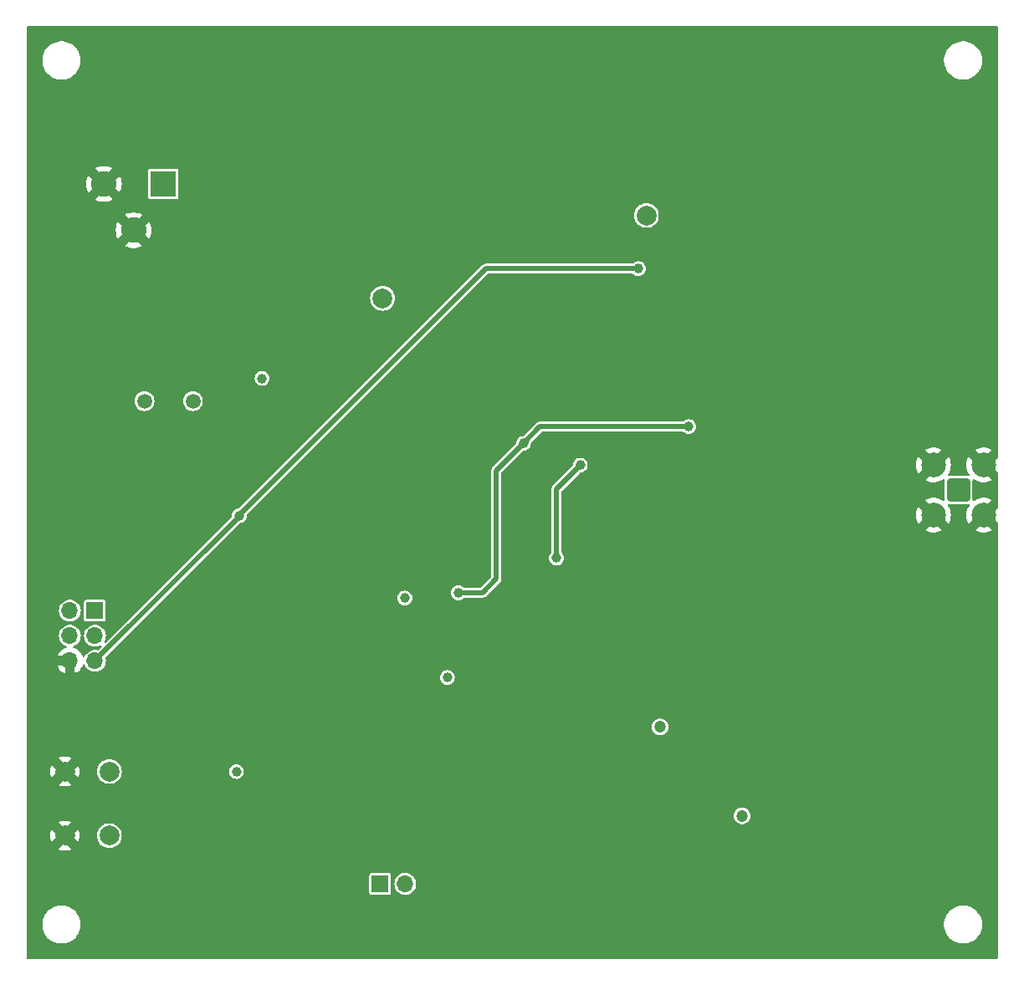
<source format=gbr>
%TF.GenerationSoftware,KiCad,Pcbnew,8.0.0*%
%TF.CreationDate,2024-03-04T22:35:08+02:00*%
%TF.ProjectId,Intercom_SMS_Sender,496e7465-7263-46f6-9d5f-534d535f5365,rev?*%
%TF.SameCoordinates,PX77ecaf0PY7735940*%
%TF.FileFunction,Copper,L4,Bot*%
%TF.FilePolarity,Positive*%
%FSLAX46Y46*%
G04 Gerber Fmt 4.6, Leading zero omitted, Abs format (unit mm)*
G04 Created by KiCad (PCBNEW 8.0.0) date 2024-03-04 22:35:08*
%MOMM*%
%LPD*%
G01*
G04 APERTURE LIST*
G04 Aperture macros list*
%AMRoundRect*
0 Rectangle with rounded corners*
0 $1 Rounding radius*
0 $2 $3 $4 $5 $6 $7 $8 $9 X,Y pos of 4 corners*
0 Add a 4 corners polygon primitive as box body*
4,1,4,$2,$3,$4,$5,$6,$7,$8,$9,$2,$3,0*
0 Add four circle primitives for the rounded corners*
1,1,$1+$1,$2,$3*
1,1,$1+$1,$4,$5*
1,1,$1+$1,$6,$7*
1,1,$1+$1,$8,$9*
0 Add four rect primitives between the rounded corners*
20,1,$1+$1,$2,$3,$4,$5,0*
20,1,$1+$1,$4,$5,$6,$7,0*
20,1,$1+$1,$6,$7,$8,$9,0*
20,1,$1+$1,$8,$9,$2,$3,0*%
G04 Aperture macros list end*
%TA.AperFunction,ComponentPad*%
%ADD10C,1.200000*%
%TD*%
%TA.AperFunction,ComponentPad*%
%ADD11R,1.700000X1.700000*%
%TD*%
%TA.AperFunction,ComponentPad*%
%ADD12O,1.700000X1.700000*%
%TD*%
%TA.AperFunction,ComponentPad*%
%ADD13RoundRect,0.200100X-0.949900X0.949900X-0.949900X-0.949900X0.949900X-0.949900X0.949900X0.949900X0*%
%TD*%
%TA.AperFunction,ComponentPad*%
%ADD14C,2.500000*%
%TD*%
%TA.AperFunction,ComponentPad*%
%ADD15C,1.500000*%
%TD*%
%TA.AperFunction,ComponentPad*%
%ADD16C,2.000000*%
%TD*%
%TA.AperFunction,ComponentPad*%
%ADD17R,2.600000X2.600000*%
%TD*%
%TA.AperFunction,ComponentPad*%
%ADD18C,2.600000*%
%TD*%
%TA.AperFunction,ViaPad*%
%ADD19C,1.000000*%
%TD*%
%TA.AperFunction,ViaPad*%
%ADD20C,2.000000*%
%TD*%
%TA.AperFunction,Conductor*%
%ADD21C,0.500000*%
%TD*%
G04 APERTURE END LIST*
D10*
%TO.P,J3,9*%
%TO.N,N/C*%
X72900000Y15000000D03*
%TO.P,J3,10*%
X64600000Y24000000D03*
%TD*%
D11*
%TO.P,J5,1,Pin_1*%
%TO.N,/MISO*%
X7390000Y35775000D03*
D12*
%TO.P,J5,2,Pin_2*%
%TO.N,+5V*%
X4850000Y35775000D03*
%TO.P,J5,3,Pin_3*%
%TO.N,/SCK*%
X7390000Y33235000D03*
%TO.P,J5,4,Pin_4*%
%TO.N,/MOSI*%
X4850000Y33235000D03*
%TO.P,J5,5,Pin_5*%
%TO.N,/RESET*%
X7390000Y30695000D03*
%TO.P,J5,6,Pin_6*%
%TO.N,GND*%
X4850000Y30695000D03*
%TD*%
D11*
%TO.P,J2,1,Pin_1*%
%TO.N,Net-(J2-Pin_1)*%
X36250000Y8120000D03*
D12*
%TO.P,J2,2,Pin_2*%
%TO.N,Net-(J2-Pin_2)*%
X38790000Y8120000D03*
%TD*%
D13*
%TO.P,J4,1,In*%
%TO.N,/RF_GSM_Circuit/RF_ANT*%
X94800000Y48000000D03*
D14*
%TO.P,J4,2,Ext*%
%TO.N,GND*%
X97340000Y50540000D03*
X92260000Y50540000D03*
X97340000Y45460000D03*
X92260000Y45460000D03*
%TD*%
D15*
%TO.P,Y1,1,1*%
%TO.N,Net-(U2-XTAL2{slash}PB7)*%
X12400000Y57000000D03*
%TO.P,Y1,2,2*%
%TO.N,Net-(U2-XTAL1{slash}PB6)*%
X17300000Y57000000D03*
%TD*%
D16*
%TO.P,SW1,1,1*%
%TO.N,/RESET*%
X8850000Y19500000D03*
X8850000Y13000000D03*
%TO.P,SW1,2,2*%
%TO.N,GND*%
X4350000Y19500000D03*
X4350000Y13000000D03*
%TD*%
D17*
%TO.P,J1,1*%
%TO.N,+5V*%
X14300000Y79000000D03*
D18*
%TO.P,J1,2*%
%TO.N,GND*%
X8300000Y79000000D03*
%TO.P,J1,3*%
X11300000Y74300000D03*
%TD*%
D19*
%TO.N,GND*%
X85150000Y49600000D03*
X38000000Y75000000D03*
X43000000Y85000000D03*
X92750000Y15000000D03*
X38000000Y80000000D03*
X87500000Y46350000D03*
X85150000Y46400000D03*
X92750000Y6000000D03*
X33000000Y11500000D03*
X48000000Y85000000D03*
X52250000Y29750000D03*
X20350000Y36750000D03*
X92750000Y25000000D03*
X87450000Y49600000D03*
X82650000Y49600000D03*
X45500000Y85000000D03*
X80000000Y49600000D03*
X80000000Y46400000D03*
X82650000Y46400000D03*
X38000000Y77500000D03*
X89600000Y46350000D03*
X66250000Y20000000D03*
X89650000Y49600000D03*
D20*
%TO.N,+5V*%
X36500000Y67400000D03*
X63200000Y75800000D03*
D19*
X38750000Y37050000D03*
X21700000Y19500000D03*
X24300000Y59300000D03*
X43050000Y29000000D03*
%TO.N,/RESET*%
X62400000Y70400000D03*
X22000000Y45400000D03*
%TO.N,+1V8*%
X50750000Y52700000D03*
X67500000Y54400000D03*
X44150000Y37600000D03*
%TO.N,Net-(Q1-S)*%
X54100000Y41100000D03*
X56500000Y50500000D03*
%TD*%
D21*
%TO.N,/RESET*%
X22000000Y45450000D02*
X22000000Y45400000D01*
X22000000Y45400000D02*
X22000000Y45305000D01*
X62400000Y70400000D02*
X46950000Y70400000D01*
X22000000Y45305000D02*
X7390000Y30695000D01*
X46950000Y70400000D02*
X22000000Y45450000D01*
%TO.N,+1V8*%
X50750000Y52750000D02*
X52400000Y54400000D01*
X52400000Y54400000D02*
X67500000Y54400000D01*
X50750000Y52700000D02*
X50750000Y52750000D01*
X48000000Y49950000D02*
X48000000Y39000000D01*
X50750000Y52700000D02*
X48000000Y49950000D01*
X48000000Y39000000D02*
X46600000Y37600000D01*
X46600000Y37600000D02*
X44150000Y37600000D01*
%TO.N,Net-(Q1-S)*%
X54100000Y48100000D02*
X56500000Y50500000D01*
X54100000Y41100000D02*
X54100000Y48100000D01*
%TD*%
%TA.AperFunction,Conductor*%
%TO.N,GND*%
G36*
X5293039Y31175315D02*
G01*
X5338794Y31122511D01*
X5350000Y31071000D01*
X5350000Y30760826D01*
X5315925Y30887993D01*
X5250099Y31002007D01*
X5157007Y31095099D01*
X5042993Y31160925D01*
X4915826Y31195000D01*
X5226000Y31195000D01*
X5293039Y31175315D01*
G37*
%TD.AperFunction*%
%TA.AperFunction,Conductor*%
G36*
X98692539Y94979815D02*
G01*
X98738294Y94927011D01*
X98749500Y94875500D01*
X98749500Y51293755D01*
X98729815Y51226716D01*
X98713181Y51206074D01*
X98180182Y50673076D01*
X98157335Y50787936D01*
X98093260Y50942626D01*
X98000238Y51081844D01*
X97881844Y51200238D01*
X97742626Y51293260D01*
X97587936Y51357335D01*
X97473075Y51380183D01*
X98173739Y52080846D01*
X98173738Y52080848D01*
X97981142Y52173596D01*
X97981144Y52173596D01*
X97730505Y52250908D01*
X97730499Y52250910D01*
X97471151Y52290000D01*
X97208848Y52290000D01*
X96949500Y52250910D01*
X96949494Y52250908D01*
X96698856Y52173596D01*
X96506260Y52080847D01*
X97206924Y51380183D01*
X97092064Y51357335D01*
X96937374Y51293260D01*
X96798156Y51200238D01*
X96679762Y51081844D01*
X96586740Y50942626D01*
X96522665Y50787936D01*
X96499817Y50673076D01*
X95800091Y51372802D01*
X95758883Y51301427D01*
X95663058Y51057271D01*
X95604693Y50801551D01*
X95604692Y50801546D01*
X95585093Y50540005D01*
X95585093Y50539996D01*
X95604692Y50278455D01*
X95604693Y50278450D01*
X95663058Y50022730D01*
X95758881Y49778577D01*
X95869778Y49586501D01*
X95886251Y49518600D01*
X95863399Y49452573D01*
X95808478Y49409383D01*
X95762391Y49400500D01*
X93837609Y49400500D01*
X93770570Y49420185D01*
X93724815Y49472989D01*
X93714871Y49542147D01*
X93730222Y49586501D01*
X93841118Y49778577D01*
X93936941Y50022730D01*
X93995306Y50278450D01*
X93995307Y50278455D01*
X94014907Y50539996D01*
X94014907Y50540005D01*
X93995307Y50801546D01*
X93995306Y50801551D01*
X93936941Y51057271D01*
X93841116Y51301427D01*
X93799907Y51372803D01*
X93100181Y50673077D01*
X93077335Y50787936D01*
X93013260Y50942626D01*
X92920238Y51081844D01*
X92801844Y51200238D01*
X92662626Y51293260D01*
X92507936Y51357335D01*
X92393075Y51380183D01*
X93093739Y52080846D01*
X93093738Y52080848D01*
X92901142Y52173596D01*
X92901144Y52173596D01*
X92650505Y52250908D01*
X92650499Y52250910D01*
X92391151Y52290000D01*
X92128848Y52290000D01*
X91869500Y52250910D01*
X91869494Y52250908D01*
X91618856Y52173596D01*
X91426260Y52080847D01*
X92126924Y51380183D01*
X92012064Y51357335D01*
X91857374Y51293260D01*
X91718156Y51200238D01*
X91599762Y51081844D01*
X91506740Y50942626D01*
X91442665Y50787936D01*
X91419817Y50673076D01*
X90720091Y51372802D01*
X90678883Y51301427D01*
X90583058Y51057271D01*
X90524693Y50801551D01*
X90524692Y50801546D01*
X90505093Y50540005D01*
X90505093Y50539996D01*
X90524692Y50278455D01*
X90524693Y50278450D01*
X90583058Y50022730D01*
X90678880Y49778581D01*
X90678882Y49778577D01*
X90720091Y49707200D01*
X91419817Y50406926D01*
X91442665Y50292064D01*
X91506740Y50137374D01*
X91599762Y49998156D01*
X91718156Y49879762D01*
X91857374Y49786740D01*
X92012064Y49722665D01*
X92126924Y49699818D01*
X91426261Y48999156D01*
X91618855Y48906406D01*
X91618858Y48906405D01*
X91869494Y48829093D01*
X91869500Y48829091D01*
X92128848Y48790001D01*
X92128857Y48790000D01*
X92391143Y48790000D01*
X92391151Y48790001D01*
X92650499Y48829091D01*
X92650505Y48829093D01*
X92901143Y48906405D01*
X93137445Y49020202D01*
X93137447Y49020203D01*
X93205648Y49066701D01*
X93272127Y49088201D01*
X93339677Y49070347D01*
X93386852Y49018807D01*
X93399500Y48964247D01*
X93399500Y47035754D01*
X93379815Y46968715D01*
X93327011Y46922960D01*
X93257853Y46913016D01*
X93205649Y46933300D01*
X93137454Y46979794D01*
X93137445Y46979799D01*
X92901142Y47093596D01*
X92901144Y47093596D01*
X92650505Y47170908D01*
X92650499Y47170910D01*
X92391151Y47210000D01*
X92128848Y47210000D01*
X91869500Y47170910D01*
X91869494Y47170908D01*
X91618856Y47093596D01*
X91426260Y47000847D01*
X92126924Y46300183D01*
X92012064Y46277335D01*
X91857374Y46213260D01*
X91718156Y46120238D01*
X91599762Y46001844D01*
X91506740Y45862626D01*
X91442665Y45707936D01*
X91419817Y45593076D01*
X90720091Y46292802D01*
X90678883Y46221427D01*
X90583058Y45977271D01*
X90524693Y45721551D01*
X90524692Y45721546D01*
X90505093Y45460005D01*
X90505093Y45459996D01*
X90524692Y45198455D01*
X90524693Y45198450D01*
X90583058Y44942730D01*
X90678880Y44698581D01*
X90678882Y44698577D01*
X90720091Y44627200D01*
X91419817Y45326926D01*
X91442665Y45212064D01*
X91506740Y45057374D01*
X91599762Y44918156D01*
X91718156Y44799762D01*
X91857374Y44706740D01*
X92012064Y44642665D01*
X92126924Y44619818D01*
X91426261Y43919156D01*
X91618855Y43826406D01*
X91618858Y43826405D01*
X91869494Y43749093D01*
X91869500Y43749091D01*
X92128848Y43710001D01*
X92128857Y43710000D01*
X92391143Y43710000D01*
X92391151Y43710001D01*
X92650499Y43749091D01*
X92650505Y43749093D01*
X92901143Y43826405D01*
X93093739Y43919154D01*
X92393075Y44619818D01*
X92507936Y44642665D01*
X92662626Y44706740D01*
X92801844Y44799762D01*
X92920238Y44918156D01*
X93013260Y45057374D01*
X93077335Y45212064D01*
X93100182Y45326925D01*
X93799907Y44627199D01*
X93799908Y44627199D01*
X93841116Y44698574D01*
X93936941Y44942730D01*
X93995306Y45198450D01*
X93995307Y45198455D01*
X94014907Y45459996D01*
X94014907Y45460005D01*
X93995307Y45721546D01*
X93995306Y45721551D01*
X93936941Y45977271D01*
X93841118Y46221424D01*
X93730222Y46413499D01*
X93713749Y46481400D01*
X93736601Y46547427D01*
X93791522Y46590617D01*
X93837609Y46599500D01*
X95762391Y46599500D01*
X95829430Y46579815D01*
X95875185Y46527011D01*
X95885129Y46457853D01*
X95869778Y46413499D01*
X95758881Y46221424D01*
X95663058Y45977271D01*
X95604693Y45721551D01*
X95604692Y45721546D01*
X95585093Y45460005D01*
X95585093Y45459996D01*
X95604692Y45198455D01*
X95604693Y45198450D01*
X95663058Y44942730D01*
X95758880Y44698581D01*
X95758882Y44698577D01*
X95800091Y44627200D01*
X96499817Y45326926D01*
X96522665Y45212064D01*
X96586740Y45057374D01*
X96679762Y44918156D01*
X96798156Y44799762D01*
X96937374Y44706740D01*
X97092064Y44642665D01*
X97206924Y44619818D01*
X96506261Y43919156D01*
X96698855Y43826406D01*
X96698858Y43826405D01*
X96949494Y43749093D01*
X96949500Y43749091D01*
X97208848Y43710001D01*
X97208857Y43710000D01*
X97471143Y43710000D01*
X97471151Y43710001D01*
X97730499Y43749091D01*
X97730505Y43749093D01*
X97981143Y43826405D01*
X98173739Y43919154D01*
X97473075Y44619818D01*
X97587936Y44642665D01*
X97742626Y44706740D01*
X97881844Y44799762D01*
X98000238Y44918156D01*
X98093260Y45057374D01*
X98157335Y45212064D01*
X98180182Y45326925D01*
X98713181Y44793926D01*
X98746666Y44732603D01*
X98749500Y44706245D01*
X98749500Y624500D01*
X98729815Y557461D01*
X98677011Y511706D01*
X98625500Y500500D01*
X624500Y500500D01*
X557461Y520185D01*
X511706Y572989D01*
X500500Y624500D01*
X500500Y3873461D01*
X2069500Y3873461D01*
X2097011Y3664503D01*
X2102532Y3622570D01*
X2102533Y3622568D01*
X2168029Y3378131D01*
X2168032Y3378121D01*
X2264869Y3144337D01*
X2264872Y3144330D01*
X2391404Y2925170D01*
X2391406Y2925167D01*
X2391407Y2925166D01*
X2545457Y2724404D01*
X2545463Y2724397D01*
X2724396Y2545464D01*
X2724402Y2545459D01*
X2925170Y2391404D01*
X3144330Y2264872D01*
X3378130Y2168029D01*
X3622570Y2102532D01*
X3873468Y2069500D01*
X3873475Y2069500D01*
X4126525Y2069500D01*
X4126532Y2069500D01*
X4377430Y2102532D01*
X4621870Y2168029D01*
X4855670Y2264872D01*
X5074830Y2391404D01*
X5275598Y2545459D01*
X5454541Y2724402D01*
X5608596Y2925170D01*
X5735128Y3144330D01*
X5831971Y3378130D01*
X5897468Y3622570D01*
X5930499Y3873461D01*
X93319500Y3873461D01*
X93347011Y3664503D01*
X93352532Y3622570D01*
X93352533Y3622568D01*
X93418029Y3378131D01*
X93418032Y3378121D01*
X93514869Y3144337D01*
X93514872Y3144330D01*
X93641404Y2925170D01*
X93641406Y2925167D01*
X93641407Y2925166D01*
X93795457Y2724404D01*
X93795463Y2724397D01*
X93974396Y2545464D01*
X93974402Y2545459D01*
X94175170Y2391404D01*
X94394330Y2264872D01*
X94628130Y2168029D01*
X94872570Y2102532D01*
X95123468Y2069500D01*
X95123475Y2069500D01*
X95376525Y2069500D01*
X95376532Y2069500D01*
X95627430Y2102532D01*
X95871870Y2168029D01*
X96105670Y2264872D01*
X96324830Y2391404D01*
X96525598Y2545459D01*
X96704541Y2724402D01*
X96858596Y2925170D01*
X96985128Y3144330D01*
X97081971Y3378130D01*
X97147468Y3622570D01*
X97180500Y3873468D01*
X97180500Y4126532D01*
X97147468Y4377430D01*
X97081971Y4621870D01*
X96985128Y4855670D01*
X96858596Y5074830D01*
X96704541Y5275598D01*
X96704536Y5275604D01*
X96525603Y5454537D01*
X96525596Y5454543D01*
X96324834Y5608593D01*
X96324833Y5608594D01*
X96324830Y5608596D01*
X96105670Y5735128D01*
X96105663Y5735131D01*
X95871879Y5831968D01*
X95871872Y5831970D01*
X95871870Y5831971D01*
X95627430Y5897468D01*
X95585497Y5902989D01*
X95376539Y5930500D01*
X95376532Y5930500D01*
X95123468Y5930500D01*
X95123460Y5930500D01*
X94884649Y5899059D01*
X94872570Y5897468D01*
X94628130Y5831971D01*
X94628120Y5831968D01*
X94394336Y5735131D01*
X94394327Y5735127D01*
X94175165Y5608593D01*
X93974403Y5454543D01*
X93974396Y5454537D01*
X93795463Y5275604D01*
X93795457Y5275597D01*
X93641407Y5074835D01*
X93514873Y4855673D01*
X93514869Y4855664D01*
X93418032Y4621880D01*
X93418029Y4621870D01*
X93352533Y4377433D01*
X93352531Y4377422D01*
X93319500Y4126540D01*
X93319500Y3873461D01*
X5930499Y3873461D01*
X5930500Y3873468D01*
X5930500Y4126532D01*
X5897468Y4377430D01*
X5831971Y4621870D01*
X5735128Y4855670D01*
X5608596Y5074830D01*
X5454541Y5275598D01*
X5454536Y5275604D01*
X5275603Y5454537D01*
X5275596Y5454543D01*
X5074834Y5608593D01*
X5074833Y5608594D01*
X5074830Y5608596D01*
X4855670Y5735128D01*
X4855663Y5735131D01*
X4621879Y5831968D01*
X4621872Y5831970D01*
X4621870Y5831971D01*
X4377430Y5897468D01*
X4335497Y5902989D01*
X4126539Y5930500D01*
X4126532Y5930500D01*
X3873468Y5930500D01*
X3873460Y5930500D01*
X3634649Y5899059D01*
X3622570Y5897468D01*
X3378130Y5831971D01*
X3378120Y5831968D01*
X3144336Y5735131D01*
X3144327Y5735127D01*
X2925165Y5608593D01*
X2724403Y5454543D01*
X2724396Y5454537D01*
X2545463Y5275604D01*
X2545457Y5275597D01*
X2391407Y5074835D01*
X2264873Y4855673D01*
X2264869Y4855664D01*
X2168032Y4621880D01*
X2168029Y4621870D01*
X2102533Y4377433D01*
X2102531Y4377422D01*
X2069500Y4126540D01*
X2069500Y3873461D01*
X500500Y3873461D01*
X500500Y7245322D01*
X35149500Y7245322D01*
X35164032Y7172265D01*
X35164033Y7172261D01*
X35164034Y7172260D01*
X35219399Y7089399D01*
X35302260Y7034034D01*
X35302264Y7034033D01*
X35375321Y7019501D01*
X35375324Y7019500D01*
X35375326Y7019500D01*
X37124676Y7019500D01*
X37124677Y7019501D01*
X37197740Y7034034D01*
X37280601Y7089399D01*
X37335966Y7172260D01*
X37350500Y7245326D01*
X37350500Y8120000D01*
X37684785Y8120000D01*
X37703602Y7916918D01*
X37759417Y7720753D01*
X37759422Y7720740D01*
X37850327Y7538179D01*
X37973237Y7375419D01*
X38123958Y7238020D01*
X38123960Y7238018D01*
X38223141Y7176608D01*
X38297363Y7130652D01*
X38487544Y7056976D01*
X38688024Y7019500D01*
X38688026Y7019500D01*
X38891974Y7019500D01*
X38891976Y7019500D01*
X39092456Y7056976D01*
X39282637Y7130652D01*
X39456041Y7238019D01*
X39606764Y7375421D01*
X39729673Y7538179D01*
X39820582Y7720750D01*
X39876397Y7916917D01*
X39895215Y8120000D01*
X39876397Y8323083D01*
X39820582Y8519250D01*
X39729673Y8701821D01*
X39606764Y8864579D01*
X39606762Y8864582D01*
X39456041Y9001981D01*
X39456039Y9001983D01*
X39282642Y9109345D01*
X39282635Y9109349D01*
X39176150Y9150601D01*
X39092456Y9183024D01*
X38891976Y9220500D01*
X38688024Y9220500D01*
X38487544Y9183024D01*
X38487541Y9183024D01*
X38487541Y9183023D01*
X38297364Y9109349D01*
X38297357Y9109345D01*
X38123960Y9001983D01*
X38123958Y9001981D01*
X37973237Y8864582D01*
X37850327Y8701822D01*
X37759422Y8519261D01*
X37759417Y8519248D01*
X37703602Y8323083D01*
X37684785Y8120001D01*
X37684785Y8120000D01*
X37350500Y8120000D01*
X37350500Y8994674D01*
X37350500Y8994677D01*
X37350499Y8994679D01*
X37335967Y9067736D01*
X37335966Y9067740D01*
X37280601Y9150601D01*
X37197740Y9205966D01*
X37197739Y9205967D01*
X37197735Y9205968D01*
X37124677Y9220500D01*
X37124674Y9220500D01*
X35375326Y9220500D01*
X35375323Y9220500D01*
X35302264Y9205968D01*
X35302260Y9205967D01*
X35219399Y9150601D01*
X35164033Y9067740D01*
X35164032Y9067736D01*
X35149500Y8994679D01*
X35149500Y7245322D01*
X500500Y7245322D01*
X500500Y11645037D01*
X3702143Y11645037D01*
X3745385Y11621636D01*
X3745396Y11621631D01*
X3980506Y11540917D01*
X4225707Y11500000D01*
X4474293Y11500000D01*
X4719493Y11540917D01*
X4954601Y11621630D01*
X4954603Y11621631D01*
X4997855Y11645037D01*
X4997855Y11645038D01*
X4350001Y12292893D01*
X4350000Y12292893D01*
X3702143Y11645037D01*
X500500Y11645037D01*
X500500Y12999995D01*
X2844859Y12999995D01*
X2865385Y12752271D01*
X2865387Y12752262D01*
X2926412Y12511283D01*
X2995856Y12352964D01*
X3570484Y12927591D01*
X3800000Y12927591D01*
X3837482Y12787708D01*
X3909890Y12662292D01*
X4012292Y12559890D01*
X4137708Y12487482D01*
X4277591Y12450000D01*
X4422409Y12450000D01*
X4562292Y12487482D01*
X4687708Y12559890D01*
X4790110Y12662292D01*
X4862518Y12787708D01*
X4900000Y12927591D01*
X4900000Y13000000D01*
X5057107Y13000000D01*
X5704142Y12352964D01*
X5704143Y12352965D01*
X5773587Y12511281D01*
X5834612Y12752262D01*
X5834614Y12752271D01*
X5855141Y12999995D01*
X5855141Y12999998D01*
X7594723Y12999998D01*
X7613793Y12782025D01*
X7613793Y12782021D01*
X7670422Y12570678D01*
X7670424Y12570674D01*
X7670425Y12570670D01*
X7675452Y12559890D01*
X7762897Y12372362D01*
X7762898Y12372361D01*
X7888402Y12193123D01*
X8043123Y12038402D01*
X8222361Y11912898D01*
X8420670Y11820425D01*
X8632023Y11763793D01*
X8814926Y11747792D01*
X8849998Y11744723D01*
X8850000Y11744723D01*
X8850002Y11744723D01*
X8878254Y11747195D01*
X9067977Y11763793D01*
X9279330Y11820425D01*
X9477639Y11912898D01*
X9656877Y12038402D01*
X9811598Y12193123D01*
X9937102Y12372361D01*
X10029575Y12570670D01*
X10086207Y12782023D01*
X10105277Y13000000D01*
X10105276Y13000006D01*
X10098942Y13072409D01*
X10086207Y13217977D01*
X10029575Y13429330D01*
X9937102Y13627638D01*
X9937100Y13627641D01*
X9937099Y13627643D01*
X9811599Y13806876D01*
X9811596Y13806879D01*
X9656877Y13961598D01*
X9477639Y14087102D01*
X9477640Y14087102D01*
X9477638Y14087103D01*
X9343826Y14149500D01*
X9279330Y14179575D01*
X9279326Y14179576D01*
X9279322Y14179578D01*
X9067977Y14236207D01*
X8850002Y14255277D01*
X8849998Y14255277D01*
X8704682Y14242564D01*
X8632023Y14236207D01*
X8632020Y14236207D01*
X8420677Y14179578D01*
X8420668Y14179574D01*
X8222361Y14087102D01*
X8222357Y14087100D01*
X8043121Y13961598D01*
X7888402Y13806879D01*
X7762900Y13627643D01*
X7762898Y13627639D01*
X7670426Y13429332D01*
X7670422Y13429323D01*
X7613793Y13217980D01*
X7613793Y13217976D01*
X7594723Y13000003D01*
X7594723Y12999998D01*
X5855141Y12999998D01*
X5855141Y13000006D01*
X5834614Y13247730D01*
X5834612Y13247739D01*
X5773587Y13488720D01*
X5704143Y13647037D01*
X5704142Y13647038D01*
X5057107Y13000001D01*
X5057107Y13000000D01*
X4900000Y13000000D01*
X4900000Y13072409D01*
X4862518Y13212292D01*
X4790110Y13337708D01*
X4687708Y13440110D01*
X4562292Y13512518D01*
X4422409Y13550000D01*
X4277591Y13550000D01*
X4137708Y13512518D01*
X4012292Y13440110D01*
X3909890Y13337708D01*
X3837482Y13212292D01*
X3800000Y13072409D01*
X3800000Y12927591D01*
X3570484Y12927591D01*
X3642893Y13000000D01*
X2995856Y13647037D01*
X2926412Y13488718D01*
X2865387Y13247739D01*
X2865385Y13247730D01*
X2844859Y13000006D01*
X2844859Y12999995D01*
X500500Y12999995D01*
X500500Y14354964D01*
X3702143Y14354964D01*
X4350000Y13707107D01*
X4350001Y13707107D01*
X4997856Y14354964D01*
X4997856Y14354965D01*
X4954619Y14378363D01*
X4954599Y14378371D01*
X4719493Y14459084D01*
X4474293Y14500000D01*
X4225707Y14500000D01*
X3980506Y14459084D01*
X3745392Y14378369D01*
X3702143Y14354964D01*
X500500Y14354964D01*
X500500Y15000000D01*
X72044815Y15000000D01*
X72063503Y14822195D01*
X72063504Y14822193D01*
X72118747Y14652171D01*
X72118750Y14652165D01*
X72208141Y14497335D01*
X72249812Y14451054D01*
X72327764Y14364479D01*
X72327767Y14364477D01*
X72327770Y14364474D01*
X72472407Y14259388D01*
X72635733Y14186671D01*
X72810609Y14149500D01*
X72810610Y14149500D01*
X72989389Y14149500D01*
X72989391Y14149500D01*
X73164267Y14186671D01*
X73327593Y14259388D01*
X73472230Y14364474D01*
X73591859Y14497335D01*
X73681250Y14652165D01*
X73736497Y14822197D01*
X73755185Y15000000D01*
X73736497Y15177803D01*
X73681250Y15347835D01*
X73591859Y15502665D01*
X73545003Y15554704D01*
X73472235Y15635522D01*
X73472232Y15635524D01*
X73472231Y15635525D01*
X73472230Y15635526D01*
X73327593Y15740612D01*
X73164267Y15813329D01*
X73164265Y15813330D01*
X73036594Y15840467D01*
X72989391Y15850500D01*
X72810609Y15850500D01*
X72779954Y15843985D01*
X72635733Y15813330D01*
X72635728Y15813328D01*
X72472408Y15740613D01*
X72327768Y15635525D01*
X72208140Y15502664D01*
X72118750Y15347836D01*
X72118747Y15347830D01*
X72063504Y15177808D01*
X72063503Y15177806D01*
X72044815Y15000000D01*
X500500Y15000000D01*
X500500Y18145037D01*
X3702143Y18145037D01*
X3745385Y18121636D01*
X3745396Y18121631D01*
X3980506Y18040917D01*
X4225707Y18000000D01*
X4474293Y18000000D01*
X4719493Y18040917D01*
X4954601Y18121630D01*
X4954603Y18121631D01*
X4997855Y18145037D01*
X4997855Y18145038D01*
X4350001Y18792893D01*
X4350000Y18792893D01*
X3702143Y18145037D01*
X500500Y18145037D01*
X500500Y19499995D01*
X2844859Y19499995D01*
X2865385Y19252271D01*
X2865387Y19252262D01*
X2926412Y19011283D01*
X2995856Y18852964D01*
X3570484Y19427591D01*
X3800000Y19427591D01*
X3837482Y19287708D01*
X3909890Y19162292D01*
X4012292Y19059890D01*
X4137708Y18987482D01*
X4277591Y18950000D01*
X4422409Y18950000D01*
X4562292Y18987482D01*
X4687708Y19059890D01*
X4790110Y19162292D01*
X4862518Y19287708D01*
X4900000Y19427591D01*
X4900000Y19500000D01*
X5057107Y19500000D01*
X5704142Y18852964D01*
X5704143Y18852965D01*
X5773587Y19011281D01*
X5834612Y19252262D01*
X5834614Y19252271D01*
X5855141Y19499995D01*
X5855141Y19499998D01*
X7594723Y19499998D01*
X7613793Y19282025D01*
X7613793Y19282021D01*
X7670422Y19070678D01*
X7670424Y19070674D01*
X7670425Y19070670D01*
X7675452Y19059890D01*
X7762897Y18872362D01*
X7762898Y18872361D01*
X7888402Y18693123D01*
X8043123Y18538402D01*
X8222361Y18412898D01*
X8420670Y18320425D01*
X8632023Y18263793D01*
X8814926Y18247792D01*
X8849998Y18244723D01*
X8850000Y18244723D01*
X8850002Y18244723D01*
X8878254Y18247195D01*
X9067977Y18263793D01*
X9279330Y18320425D01*
X9477639Y18412898D01*
X9656877Y18538402D01*
X9811598Y18693123D01*
X9937102Y18872361D01*
X10029575Y19070670D01*
X10086207Y19282023D01*
X10105277Y19499998D01*
X20944751Y19499998D01*
X20963685Y19331944D01*
X21019545Y19172306D01*
X21019547Y19172303D01*
X21109518Y19029116D01*
X21109523Y19029110D01*
X21229109Y18909524D01*
X21229115Y18909519D01*
X21372302Y18819548D01*
X21372305Y18819546D01*
X21372309Y18819545D01*
X21372310Y18819544D01*
X21444913Y18794140D01*
X21531943Y18763686D01*
X21699997Y18744751D01*
X21700000Y18744751D01*
X21700003Y18744751D01*
X21868056Y18763686D01*
X21868059Y18763687D01*
X22027690Y18819544D01*
X22027692Y18819546D01*
X22027694Y18819546D01*
X22027697Y18819548D01*
X22170884Y18909519D01*
X22170885Y18909520D01*
X22170890Y18909523D01*
X22290477Y19029110D01*
X22290481Y19029116D01*
X22380452Y19172303D01*
X22380454Y19172306D01*
X22380454Y19172308D01*
X22380456Y19172310D01*
X22436313Y19331941D01*
X22436313Y19331942D01*
X22436314Y19331944D01*
X22455249Y19499998D01*
X22455249Y19500003D01*
X22436314Y19668057D01*
X22380454Y19827695D01*
X22380452Y19827698D01*
X22290481Y19970885D01*
X22290476Y19970891D01*
X22170890Y20090477D01*
X22170884Y20090482D01*
X22027697Y20180453D01*
X22027694Y20180455D01*
X21868056Y20236315D01*
X21700003Y20255249D01*
X21699997Y20255249D01*
X21531943Y20236315D01*
X21372305Y20180455D01*
X21372302Y20180453D01*
X21229115Y20090482D01*
X21229109Y20090477D01*
X21109523Y19970891D01*
X21109518Y19970885D01*
X21019547Y19827698D01*
X21019545Y19827695D01*
X20963685Y19668057D01*
X20944751Y19500003D01*
X20944751Y19499998D01*
X10105277Y19499998D01*
X10105277Y19500000D01*
X10105276Y19500006D01*
X10090574Y19668057D01*
X10086207Y19717977D01*
X10029575Y19929330D01*
X9937102Y20127638D01*
X9937100Y20127641D01*
X9937099Y20127643D01*
X9811599Y20306876D01*
X9811596Y20306879D01*
X9656877Y20461598D01*
X9477639Y20587102D01*
X9477640Y20587102D01*
X9477638Y20587103D01*
X9378484Y20633339D01*
X9279330Y20679575D01*
X9279326Y20679576D01*
X9279322Y20679578D01*
X9067977Y20736207D01*
X8850002Y20755277D01*
X8849998Y20755277D01*
X8704682Y20742564D01*
X8632023Y20736207D01*
X8632020Y20736207D01*
X8420677Y20679578D01*
X8420668Y20679574D01*
X8222361Y20587102D01*
X8222357Y20587100D01*
X8043121Y20461598D01*
X7888402Y20306879D01*
X7762900Y20127643D01*
X7762898Y20127639D01*
X7670426Y19929332D01*
X7670422Y19929323D01*
X7613793Y19717980D01*
X7613793Y19717976D01*
X7594723Y19500003D01*
X7594723Y19499998D01*
X5855141Y19499998D01*
X5855141Y19500006D01*
X5834614Y19747730D01*
X5834612Y19747739D01*
X5773587Y19988720D01*
X5704143Y20147037D01*
X5704142Y20147038D01*
X5057107Y19500001D01*
X5057107Y19500000D01*
X4900000Y19500000D01*
X4900000Y19572409D01*
X4862518Y19712292D01*
X4790110Y19837708D01*
X4687708Y19940110D01*
X4562292Y20012518D01*
X4422409Y20050000D01*
X4277591Y20050000D01*
X4137708Y20012518D01*
X4012292Y19940110D01*
X3909890Y19837708D01*
X3837482Y19712292D01*
X3800000Y19572409D01*
X3800000Y19427591D01*
X3570484Y19427591D01*
X3642893Y19500000D01*
X2995856Y20147037D01*
X2926412Y19988718D01*
X2865387Y19747739D01*
X2865385Y19747730D01*
X2844859Y19500006D01*
X2844859Y19499995D01*
X500500Y19499995D01*
X500500Y20854964D01*
X3702143Y20854964D01*
X4350000Y20207107D01*
X4350001Y20207107D01*
X4997856Y20854964D01*
X4997856Y20854965D01*
X4954619Y20878363D01*
X4954599Y20878371D01*
X4719493Y20959084D01*
X4474293Y21000000D01*
X4225707Y21000000D01*
X3980506Y20959084D01*
X3745392Y20878369D01*
X3702143Y20854964D01*
X500500Y20854964D01*
X500500Y24000000D01*
X63744815Y24000000D01*
X63763503Y23822195D01*
X63763504Y23822193D01*
X63818747Y23652171D01*
X63818750Y23652165D01*
X63908141Y23497335D01*
X63949812Y23451054D01*
X64027764Y23364479D01*
X64027767Y23364477D01*
X64027770Y23364474D01*
X64172407Y23259388D01*
X64335733Y23186671D01*
X64510609Y23149500D01*
X64510610Y23149500D01*
X64689389Y23149500D01*
X64689391Y23149500D01*
X64864267Y23186671D01*
X65027593Y23259388D01*
X65172230Y23364474D01*
X65291859Y23497335D01*
X65381250Y23652165D01*
X65436497Y23822197D01*
X65455185Y24000000D01*
X65436497Y24177803D01*
X65381250Y24347835D01*
X65291859Y24502665D01*
X65245003Y24554704D01*
X65172235Y24635522D01*
X65172232Y24635524D01*
X65172231Y24635525D01*
X65172230Y24635526D01*
X65027593Y24740612D01*
X64864267Y24813329D01*
X64864265Y24813330D01*
X64736594Y24840467D01*
X64689391Y24850500D01*
X64510609Y24850500D01*
X64479954Y24843985D01*
X64335733Y24813330D01*
X64335728Y24813328D01*
X64172408Y24740613D01*
X64027768Y24635525D01*
X63908140Y24502664D01*
X63818750Y24347836D01*
X63818747Y24347830D01*
X63763504Y24177808D01*
X63763503Y24177806D01*
X63744815Y24000000D01*
X500500Y24000000D01*
X500500Y28999998D01*
X42294751Y28999998D01*
X42313685Y28831944D01*
X42369545Y28672306D01*
X42369547Y28672303D01*
X42459518Y28529116D01*
X42459523Y28529110D01*
X42579109Y28409524D01*
X42579115Y28409519D01*
X42722302Y28319548D01*
X42722305Y28319546D01*
X42722309Y28319545D01*
X42722310Y28319544D01*
X42794913Y28294140D01*
X42881943Y28263686D01*
X43049997Y28244751D01*
X43050000Y28244751D01*
X43050003Y28244751D01*
X43218056Y28263686D01*
X43218059Y28263687D01*
X43377690Y28319544D01*
X43377692Y28319546D01*
X43377694Y28319546D01*
X43377697Y28319548D01*
X43520884Y28409519D01*
X43520885Y28409520D01*
X43520890Y28409523D01*
X43640477Y28529110D01*
X43730452Y28672303D01*
X43730454Y28672306D01*
X43730454Y28672308D01*
X43730456Y28672310D01*
X43786313Y28831941D01*
X43786313Y28831942D01*
X43786314Y28831944D01*
X43805249Y28999998D01*
X43805249Y29000003D01*
X43786314Y29168057D01*
X43730454Y29327695D01*
X43730452Y29327698D01*
X43640481Y29470885D01*
X43640476Y29470891D01*
X43520890Y29590477D01*
X43520884Y29590482D01*
X43377697Y29680453D01*
X43377694Y29680455D01*
X43218056Y29736315D01*
X43050003Y29755249D01*
X43049997Y29755249D01*
X42881943Y29736315D01*
X42722305Y29680455D01*
X42722302Y29680453D01*
X42579115Y29590482D01*
X42579109Y29590477D01*
X42459523Y29470891D01*
X42459518Y29470885D01*
X42369547Y29327698D01*
X42369545Y29327695D01*
X42313685Y29168057D01*
X42294751Y29000003D01*
X42294751Y28999998D01*
X500500Y28999998D01*
X500500Y30195000D01*
X3593593Y30195000D01*
X3676398Y30017424D01*
X3811894Y29823918D01*
X3978917Y29656895D01*
X4172422Y29521400D01*
X4172424Y29521399D01*
X4349999Y29438595D01*
X4350000Y29438595D01*
X4350000Y30195000D01*
X3593593Y30195000D01*
X500500Y30195000D01*
X500500Y31195000D01*
X3593594Y31195000D01*
X4784174Y31195000D01*
X4657007Y31160925D01*
X4542993Y31095099D01*
X4449901Y31002007D01*
X4384075Y30887993D01*
X4350000Y30760826D01*
X4350000Y30629174D01*
X4384075Y30502007D01*
X4449901Y30387993D01*
X4542993Y30294901D01*
X4657007Y30229075D01*
X4784174Y30195000D01*
X4915826Y30195000D01*
X5042993Y30229075D01*
X5157007Y30294901D01*
X5250099Y30387993D01*
X5315925Y30502007D01*
X5350000Y30629174D01*
X5350000Y29438595D01*
X5527575Y29521399D01*
X5527577Y29521400D01*
X5721082Y29656895D01*
X5888105Y29823918D01*
X6023600Y30017422D01*
X6123429Y30231508D01*
X6123431Y30231511D01*
X6132406Y30265008D01*
X6168770Y30324669D01*
X6231616Y30355200D01*
X6300992Y30346906D01*
X6354871Y30302422D01*
X6363182Y30288189D01*
X6450327Y30113179D01*
X6573237Y29950419D01*
X6723958Y29813020D01*
X6723960Y29813018D01*
X6817261Y29755249D01*
X6897363Y29705652D01*
X7087544Y29631976D01*
X7288024Y29594500D01*
X7288026Y29594500D01*
X7491974Y29594500D01*
X7491976Y29594500D01*
X7692456Y29631976D01*
X7882637Y29705652D01*
X8056041Y29813019D01*
X8206764Y29950421D01*
X8329673Y30113179D01*
X8420582Y30295750D01*
X8476397Y30491917D01*
X8495215Y30695000D01*
X8476397Y30898083D01*
X8457464Y30964625D01*
X8458050Y31034487D01*
X8489047Y31086235D01*
X14452810Y37049998D01*
X37994751Y37049998D01*
X38013685Y36881944D01*
X38069545Y36722306D01*
X38069547Y36722303D01*
X38159518Y36579116D01*
X38159523Y36579110D01*
X38279109Y36459524D01*
X38279115Y36459519D01*
X38422302Y36369548D01*
X38422305Y36369546D01*
X38422309Y36369545D01*
X38422310Y36369544D01*
X38494913Y36344140D01*
X38581943Y36313686D01*
X38749997Y36294751D01*
X38750000Y36294751D01*
X38750003Y36294751D01*
X38918056Y36313686D01*
X38918059Y36313687D01*
X39077690Y36369544D01*
X39077692Y36369546D01*
X39077694Y36369546D01*
X39077697Y36369548D01*
X39220884Y36459519D01*
X39220885Y36459520D01*
X39220890Y36459523D01*
X39340477Y36579110D01*
X39384816Y36649674D01*
X39430452Y36722303D01*
X39430454Y36722306D01*
X39430454Y36722308D01*
X39430456Y36722310D01*
X39486313Y36881941D01*
X39486313Y36881942D01*
X39486314Y36881944D01*
X39505249Y37049998D01*
X39505249Y37050003D01*
X39486314Y37218057D01*
X39430454Y37377695D01*
X39430452Y37377698D01*
X39340481Y37520885D01*
X39340476Y37520891D01*
X39261369Y37599998D01*
X43394751Y37599998D01*
X43413685Y37431944D01*
X43469545Y37272306D01*
X43469547Y37272303D01*
X43559518Y37129116D01*
X43559523Y37129110D01*
X43679109Y37009524D01*
X43679115Y37009519D01*
X43822302Y36919548D01*
X43822305Y36919546D01*
X43822309Y36919545D01*
X43822310Y36919544D01*
X43894913Y36894140D01*
X43981943Y36863686D01*
X44149997Y36844751D01*
X44150000Y36844751D01*
X44150003Y36844751D01*
X44318056Y36863686D01*
X44318059Y36863687D01*
X44477690Y36919544D01*
X44477692Y36919546D01*
X44477694Y36919546D01*
X44477697Y36919548D01*
X44620884Y37009519D01*
X44620885Y37009520D01*
X44620890Y37009523D01*
X44674548Y37063181D01*
X44735871Y37096666D01*
X44762229Y37099500D01*
X46665890Y37099500D01*
X46665892Y37099500D01*
X46793186Y37133608D01*
X46907314Y37199500D01*
X48400500Y38692686D01*
X48466392Y38806814D01*
X48500500Y38934108D01*
X48500500Y39065892D01*
X48500500Y41099998D01*
X53344751Y41099998D01*
X53363685Y40931944D01*
X53419545Y40772306D01*
X53419547Y40772303D01*
X53509518Y40629116D01*
X53509523Y40629110D01*
X53629109Y40509524D01*
X53629115Y40509519D01*
X53772302Y40419548D01*
X53772305Y40419546D01*
X53772309Y40419545D01*
X53772310Y40419544D01*
X53844913Y40394140D01*
X53931943Y40363686D01*
X54099997Y40344751D01*
X54100000Y40344751D01*
X54100003Y40344751D01*
X54268056Y40363686D01*
X54268059Y40363687D01*
X54427690Y40419544D01*
X54427692Y40419546D01*
X54427694Y40419546D01*
X54427697Y40419548D01*
X54570884Y40509519D01*
X54570885Y40509520D01*
X54570890Y40509523D01*
X54690477Y40629110D01*
X54780452Y40772303D01*
X54780454Y40772306D01*
X54780454Y40772308D01*
X54780456Y40772310D01*
X54836313Y40931941D01*
X54836313Y40931942D01*
X54836314Y40931944D01*
X54855249Y41099998D01*
X54855249Y41100003D01*
X54836314Y41268057D01*
X54780454Y41427695D01*
X54780452Y41427698D01*
X54690481Y41570885D01*
X54690476Y41570891D01*
X54636819Y41624548D01*
X54603334Y41685871D01*
X54600500Y41712229D01*
X54600500Y47841325D01*
X54620185Y47908364D01*
X54636814Y47929001D01*
X56416245Y49708433D01*
X56477568Y49741917D01*
X56493122Y49743590D01*
X56493080Y49743971D01*
X56668055Y49763686D01*
X56668057Y49763687D01*
X56668059Y49763687D01*
X56827690Y49819544D01*
X56827692Y49819546D01*
X56827694Y49819546D01*
X56827697Y49819548D01*
X56970884Y49909519D01*
X56970885Y49909520D01*
X56970890Y49909523D01*
X57090477Y50029110D01*
X57162156Y50143186D01*
X57180452Y50172303D01*
X57180454Y50172306D01*
X57180454Y50172308D01*
X57180456Y50172310D01*
X57236313Y50331941D01*
X57236313Y50331942D01*
X57236314Y50331944D01*
X57255249Y50499998D01*
X57255249Y50500003D01*
X57236314Y50668057D01*
X57180454Y50827695D01*
X57180452Y50827698D01*
X57090481Y50970885D01*
X57090476Y50970891D01*
X56970890Y51090477D01*
X56970884Y51090482D01*
X56827697Y51180453D01*
X56827694Y51180455D01*
X56668056Y51236315D01*
X56500003Y51255249D01*
X56499997Y51255249D01*
X56331943Y51236315D01*
X56172305Y51180455D01*
X56172302Y51180453D01*
X56029115Y51090482D01*
X56029109Y51090477D01*
X55909523Y50970891D01*
X55909518Y50970885D01*
X55819547Y50827698D01*
X55819545Y50827695D01*
X55763685Y50668057D01*
X55743971Y50493080D01*
X55741642Y50493343D01*
X55725066Y50436889D01*
X55708432Y50416247D01*
X53792686Y48500500D01*
X53699502Y48407317D01*
X53699500Y48407314D01*
X53633608Y48293188D01*
X53599500Y48165892D01*
X53599500Y41712229D01*
X53579815Y41645190D01*
X53563181Y41624548D01*
X53509523Y41570891D01*
X53509518Y41570885D01*
X53419547Y41427698D01*
X53419545Y41427695D01*
X53363685Y41268057D01*
X53344751Y41100003D01*
X53344751Y41099998D01*
X48500500Y41099998D01*
X48500500Y49691326D01*
X48520185Y49758365D01*
X48536814Y49779002D01*
X50666244Y51908433D01*
X50727567Y51941917D01*
X50743122Y51943590D01*
X50743080Y51943971D01*
X50918056Y51963686D01*
X50918059Y51963687D01*
X51077690Y52019544D01*
X51077692Y52019546D01*
X51077694Y52019546D01*
X51077697Y52019548D01*
X51220884Y52109519D01*
X51220885Y52109520D01*
X51220890Y52109523D01*
X51340477Y52229110D01*
X51430452Y52372303D01*
X51430454Y52372306D01*
X51430454Y52372308D01*
X51430456Y52372310D01*
X51486313Y52531941D01*
X51486313Y52531942D01*
X51486314Y52531944D01*
X51505249Y52699998D01*
X51505249Y52700001D01*
X51502068Y52728229D01*
X51514122Y52797051D01*
X51537604Y52829792D01*
X52570995Y53863181D01*
X52632318Y53896666D01*
X52658676Y53899500D01*
X66887771Y53899500D01*
X66954810Y53879815D01*
X66975452Y53863181D01*
X67029109Y53809524D01*
X67029115Y53809519D01*
X67172302Y53719548D01*
X67172305Y53719546D01*
X67172309Y53719545D01*
X67172310Y53719544D01*
X67244913Y53694140D01*
X67331943Y53663686D01*
X67499997Y53644751D01*
X67500000Y53644751D01*
X67500003Y53644751D01*
X67668056Y53663686D01*
X67668059Y53663687D01*
X67827690Y53719544D01*
X67827692Y53719546D01*
X67827694Y53719546D01*
X67827697Y53719548D01*
X67970884Y53809519D01*
X67970885Y53809520D01*
X67970890Y53809523D01*
X68090477Y53929110D01*
X68180452Y54072303D01*
X68180454Y54072306D01*
X68180454Y54072308D01*
X68180456Y54072310D01*
X68236313Y54231941D01*
X68236313Y54231942D01*
X68236314Y54231944D01*
X68255249Y54399998D01*
X68255249Y54400003D01*
X68236314Y54568057D01*
X68180454Y54727695D01*
X68180452Y54727698D01*
X68090481Y54870885D01*
X68090476Y54870891D01*
X67970890Y54990477D01*
X67970884Y54990482D01*
X67827697Y55080453D01*
X67827694Y55080455D01*
X67668056Y55136315D01*
X67500003Y55155249D01*
X67499997Y55155249D01*
X67331943Y55136315D01*
X67172305Y55080455D01*
X67172302Y55080453D01*
X67029115Y54990482D01*
X67029109Y54990477D01*
X66975452Y54936819D01*
X66914129Y54903334D01*
X66887771Y54900500D01*
X52334107Y54900500D01*
X52223600Y54870890D01*
X52223599Y54870891D01*
X52206816Y54866393D01*
X52206811Y54866391D01*
X52092689Y54800502D01*
X52092683Y54800498D01*
X50777789Y53485605D01*
X50716466Y53452120D01*
X50703992Y53450066D01*
X50581946Y53436315D01*
X50422307Y53380456D01*
X50422302Y53380453D01*
X50279115Y53290482D01*
X50279109Y53290477D01*
X50159523Y53170891D01*
X50159518Y53170885D01*
X50069547Y53027698D01*
X50069545Y53027695D01*
X50013685Y52868057D01*
X49993971Y52693080D01*
X49991642Y52693343D01*
X49975066Y52636889D01*
X49958432Y52616247D01*
X47675244Y50333060D01*
X47675245Y50333059D01*
X47599500Y50257314D01*
X47533608Y50143188D01*
X47499500Y50015892D01*
X47499500Y39258676D01*
X47479815Y39191637D01*
X47463181Y39170995D01*
X46429005Y38136819D01*
X46367682Y38103334D01*
X46341324Y38100500D01*
X44762229Y38100500D01*
X44695190Y38120185D01*
X44674548Y38136819D01*
X44620890Y38190477D01*
X44620884Y38190482D01*
X44477697Y38280453D01*
X44477694Y38280455D01*
X44318056Y38336315D01*
X44150003Y38355249D01*
X44149997Y38355249D01*
X43981943Y38336315D01*
X43822305Y38280455D01*
X43822302Y38280453D01*
X43679115Y38190482D01*
X43679109Y38190477D01*
X43559523Y38070891D01*
X43559518Y38070885D01*
X43469547Y37927698D01*
X43469545Y37927695D01*
X43413685Y37768057D01*
X43394751Y37600003D01*
X43394751Y37599998D01*
X39261369Y37599998D01*
X39220890Y37640477D01*
X39220884Y37640482D01*
X39077697Y37730453D01*
X39077694Y37730455D01*
X38918056Y37786315D01*
X38750003Y37805249D01*
X38749997Y37805249D01*
X38581943Y37786315D01*
X38422305Y37730455D01*
X38422302Y37730453D01*
X38279115Y37640482D01*
X38279109Y37640477D01*
X38159523Y37520891D01*
X38159518Y37520885D01*
X38069547Y37377698D01*
X38069545Y37377695D01*
X38013685Y37218057D01*
X37994751Y37050003D01*
X37994751Y37049998D01*
X14452810Y37049998D01*
X22022924Y44620112D01*
X22084245Y44653595D01*
X22096720Y44655649D01*
X22168054Y44663686D01*
X22168057Y44663687D01*
X22168059Y44663687D01*
X22327690Y44719544D01*
X22327692Y44719546D01*
X22327694Y44719546D01*
X22327697Y44719548D01*
X22470884Y44809519D01*
X22470885Y44809520D01*
X22470890Y44809523D01*
X22590477Y44929110D01*
X22680452Y45072303D01*
X22680454Y45072306D01*
X22680454Y45072308D01*
X22680456Y45072310D01*
X22736313Y45231941D01*
X22736313Y45231942D01*
X22736314Y45231944D01*
X22755249Y45399998D01*
X22755249Y45400001D01*
X22752068Y45428229D01*
X22764122Y45497051D01*
X22787604Y45529792D01*
X47120995Y69863181D01*
X47182318Y69896666D01*
X47208676Y69899500D01*
X61787771Y69899500D01*
X61854810Y69879815D01*
X61875452Y69863181D01*
X61929109Y69809524D01*
X61929115Y69809519D01*
X62072302Y69719548D01*
X62072305Y69719546D01*
X62072309Y69719545D01*
X62072310Y69719544D01*
X62144913Y69694140D01*
X62231943Y69663686D01*
X62399997Y69644751D01*
X62400000Y69644751D01*
X62400003Y69644751D01*
X62568056Y69663686D01*
X62568059Y69663687D01*
X62727690Y69719544D01*
X62727692Y69719546D01*
X62727694Y69719546D01*
X62727697Y69719548D01*
X62870884Y69809519D01*
X62870885Y69809520D01*
X62870890Y69809523D01*
X62990477Y69929110D01*
X63080452Y70072303D01*
X63080454Y70072306D01*
X63080454Y70072308D01*
X63080456Y70072310D01*
X63136313Y70231941D01*
X63136313Y70231942D01*
X63136314Y70231944D01*
X63155249Y70399998D01*
X63155249Y70400003D01*
X63136314Y70568057D01*
X63080454Y70727695D01*
X63080452Y70727698D01*
X62990481Y70870885D01*
X62990476Y70870891D01*
X62870890Y70990477D01*
X62870884Y70990482D01*
X62727697Y71080453D01*
X62727694Y71080455D01*
X62568056Y71136315D01*
X62400003Y71155249D01*
X62399997Y71155249D01*
X62231943Y71136315D01*
X62072305Y71080455D01*
X62072302Y71080453D01*
X61929115Y70990482D01*
X61929109Y70990477D01*
X61875452Y70936819D01*
X61814129Y70903334D01*
X61787771Y70900500D01*
X46884107Y70900500D01*
X46773600Y70870890D01*
X46773599Y70870891D01*
X46756816Y70866393D01*
X46756811Y70866391D01*
X46642689Y70800502D01*
X46642683Y70800498D01*
X22027789Y46185605D01*
X21966466Y46152120D01*
X21953992Y46150066D01*
X21831946Y46136315D01*
X21672307Y46080456D01*
X21672302Y46080453D01*
X21529115Y45990482D01*
X21529109Y45990477D01*
X21409523Y45870891D01*
X21409518Y45870885D01*
X21319547Y45727698D01*
X21319545Y45727695D01*
X21263685Y45568057D01*
X21244751Y45400003D01*
X21244751Y45399998D01*
X21252488Y45331329D01*
X21240434Y45262508D01*
X21216949Y45229765D01*
X8559043Y32571859D01*
X8497720Y32538374D01*
X8428028Y32543358D01*
X8372095Y32585230D01*
X8347678Y32650694D01*
X8360362Y32714812D01*
X8420577Y32835740D01*
X8420576Y32835740D01*
X8420582Y32835750D01*
X8476397Y33031917D01*
X8495215Y33235000D01*
X8476397Y33438083D01*
X8420582Y33634250D01*
X8329673Y33816821D01*
X8206764Y33979579D01*
X8206762Y33979582D01*
X8056041Y34116981D01*
X8056039Y34116983D01*
X7882642Y34224345D01*
X7882635Y34224349D01*
X7787546Y34261186D01*
X7692456Y34298024D01*
X7491976Y34335500D01*
X7288024Y34335500D01*
X7087544Y34298024D01*
X7087541Y34298024D01*
X7087541Y34298023D01*
X6897364Y34224349D01*
X6897357Y34224345D01*
X6723960Y34116983D01*
X6723958Y34116981D01*
X6573237Y33979582D01*
X6450327Y33816822D01*
X6359422Y33634261D01*
X6359417Y33634248D01*
X6303602Y33438083D01*
X6284785Y33235001D01*
X6284785Y33235000D01*
X6303602Y33031918D01*
X6359417Y32835753D01*
X6359422Y32835740D01*
X6450327Y32653179D01*
X6573237Y32490419D01*
X6723958Y32353020D01*
X6723960Y32353018D01*
X6823141Y32291608D01*
X6897363Y32245652D01*
X7087544Y32171976D01*
X7288024Y32134500D01*
X7288026Y32134500D01*
X7491974Y32134500D01*
X7491976Y32134500D01*
X7692456Y32171976D01*
X7882637Y32245652D01*
X7893489Y32252372D01*
X7960847Y32270929D01*
X8027547Y32250123D01*
X8072410Y32196559D01*
X8081193Y32127243D01*
X8051106Y32064183D01*
X8046449Y32059265D01*
X7783118Y31795934D01*
X7721795Y31762449D01*
X7672652Y31761726D01*
X7491976Y31795500D01*
X7288024Y31795500D01*
X7087544Y31758024D01*
X7087541Y31758024D01*
X7087541Y31758023D01*
X6897364Y31684349D01*
X6897357Y31684345D01*
X6723960Y31576983D01*
X6723958Y31576981D01*
X6573237Y31439582D01*
X6450327Y31276822D01*
X6363182Y31101812D01*
X6315679Y31050575D01*
X6248016Y31033154D01*
X6181676Y31055080D01*
X6137721Y31109391D01*
X6132407Y31124992D01*
X6123434Y31158482D01*
X6123429Y31158493D01*
X6023600Y31372578D01*
X6023599Y31372580D01*
X5888113Y31566074D01*
X5888108Y31566080D01*
X5721082Y31733106D01*
X5527578Y31868601D01*
X5313492Y31968430D01*
X5313477Y31968436D01*
X5274414Y31978903D01*
X5214754Y32015268D01*
X5184226Y32078115D01*
X5192521Y32147491D01*
X5237007Y32201368D01*
X5261710Y32214302D01*
X5342637Y32245652D01*
X5516041Y32353019D01*
X5666764Y32490421D01*
X5789673Y32653179D01*
X5880582Y32835750D01*
X5936397Y33031917D01*
X5955215Y33235000D01*
X5936397Y33438083D01*
X5880582Y33634250D01*
X5789673Y33816821D01*
X5666764Y33979579D01*
X5666762Y33979582D01*
X5516041Y34116981D01*
X5516039Y34116983D01*
X5342642Y34224345D01*
X5342635Y34224349D01*
X5247546Y34261186D01*
X5152456Y34298024D01*
X4951976Y34335500D01*
X4748024Y34335500D01*
X4547544Y34298024D01*
X4547541Y34298024D01*
X4547541Y34298023D01*
X4357364Y34224349D01*
X4357357Y34224345D01*
X4183960Y34116983D01*
X4183958Y34116981D01*
X4033237Y33979582D01*
X3910327Y33816822D01*
X3819422Y33634261D01*
X3819417Y33634248D01*
X3763602Y33438083D01*
X3744785Y33235001D01*
X3744785Y33235000D01*
X3763602Y33031918D01*
X3819417Y32835753D01*
X3819422Y32835740D01*
X3910327Y32653179D01*
X4033237Y32490419D01*
X4183958Y32353020D01*
X4183960Y32353018D01*
X4283141Y32291608D01*
X4357363Y32245652D01*
X4438283Y32214304D01*
X4493685Y32171731D01*
X4517276Y32105965D01*
X4501565Y32037884D01*
X4451542Y31989105D01*
X4425586Y31978903D01*
X4386519Y31968435D01*
X4386507Y31968430D01*
X4172422Y31868601D01*
X4172420Y31868600D01*
X3978926Y31733114D01*
X3978920Y31733109D01*
X3811891Y31566080D01*
X3811886Y31566074D01*
X3676402Y31372583D01*
X3676400Y31372579D01*
X3593594Y31195001D01*
X3593594Y31195000D01*
X500500Y31195000D01*
X500500Y35775000D01*
X3744785Y35775000D01*
X3763602Y35571918D01*
X3819417Y35375753D01*
X3819422Y35375740D01*
X3910327Y35193179D01*
X4033237Y35030419D01*
X4183958Y34893020D01*
X4183960Y34893018D01*
X4283141Y34831608D01*
X4357363Y34785652D01*
X4547544Y34711976D01*
X4748024Y34674500D01*
X4748026Y34674500D01*
X4951974Y34674500D01*
X4951976Y34674500D01*
X5152456Y34711976D01*
X5342637Y34785652D01*
X5516041Y34893019D01*
X5524052Y34900322D01*
X6289500Y34900322D01*
X6304032Y34827265D01*
X6304033Y34827261D01*
X6304034Y34827260D01*
X6359399Y34744399D01*
X6442260Y34689034D01*
X6442264Y34689033D01*
X6515321Y34674501D01*
X6515324Y34674500D01*
X6515326Y34674500D01*
X8264676Y34674500D01*
X8264677Y34674501D01*
X8337740Y34689034D01*
X8420601Y34744399D01*
X8475966Y34827260D01*
X8490500Y34900326D01*
X8490500Y36649674D01*
X8490500Y36649677D01*
X8490499Y36649679D01*
X8475967Y36722736D01*
X8475966Y36722740D01*
X8420601Y36805601D01*
X8337740Y36860966D01*
X8337739Y36860967D01*
X8337735Y36860968D01*
X8264677Y36875500D01*
X8264674Y36875500D01*
X6515326Y36875500D01*
X6515323Y36875500D01*
X6442264Y36860968D01*
X6442260Y36860967D01*
X6359399Y36805601D01*
X6304033Y36722740D01*
X6304032Y36722736D01*
X6289500Y36649679D01*
X6289500Y34900322D01*
X5524052Y34900322D01*
X5666764Y35030421D01*
X5789673Y35193179D01*
X5880582Y35375750D01*
X5936397Y35571917D01*
X5955215Y35775000D01*
X5936397Y35978083D01*
X5880582Y36174250D01*
X5789673Y36356821D01*
X5666764Y36519579D01*
X5666762Y36519582D01*
X5516041Y36656981D01*
X5516039Y36656983D01*
X5342642Y36764345D01*
X5342635Y36764349D01*
X5236150Y36805601D01*
X5152456Y36838024D01*
X4951976Y36875500D01*
X4748024Y36875500D01*
X4547544Y36838024D01*
X4547541Y36838024D01*
X4547541Y36838023D01*
X4357364Y36764349D01*
X4357357Y36764345D01*
X4183960Y36656983D01*
X4183958Y36656981D01*
X4033237Y36519582D01*
X3910327Y36356822D01*
X3819422Y36174261D01*
X3819417Y36174248D01*
X3763602Y35978083D01*
X3744785Y35775001D01*
X3744785Y35775000D01*
X500500Y35775000D01*
X500500Y57000000D01*
X11394659Y57000000D01*
X11413975Y56803871D01*
X11471188Y56615267D01*
X11564086Y56441468D01*
X11564090Y56441461D01*
X11689116Y56289117D01*
X11841460Y56164091D01*
X11841467Y56164087D01*
X12015266Y56071189D01*
X12015269Y56071189D01*
X12015273Y56071186D01*
X12203868Y56013976D01*
X12400000Y55994659D01*
X12596132Y56013976D01*
X12784727Y56071186D01*
X12958538Y56164090D01*
X13110883Y56289117D01*
X13235910Y56441462D01*
X13328814Y56615273D01*
X13386024Y56803868D01*
X13405341Y57000000D01*
X16294659Y57000000D01*
X16313975Y56803871D01*
X16371188Y56615267D01*
X16464086Y56441468D01*
X16464090Y56441461D01*
X16589116Y56289117D01*
X16741460Y56164091D01*
X16741467Y56164087D01*
X16915266Y56071189D01*
X16915269Y56071189D01*
X16915273Y56071186D01*
X17103868Y56013976D01*
X17300000Y55994659D01*
X17496132Y56013976D01*
X17684727Y56071186D01*
X17858538Y56164090D01*
X18010883Y56289117D01*
X18135910Y56441462D01*
X18228814Y56615273D01*
X18286024Y56803868D01*
X18305341Y57000000D01*
X18286024Y57196132D01*
X18228814Y57384727D01*
X18228811Y57384731D01*
X18228811Y57384734D01*
X18135913Y57558533D01*
X18135909Y57558540D01*
X18010883Y57710884D01*
X17858539Y57835910D01*
X17858532Y57835914D01*
X17684733Y57928812D01*
X17684727Y57928814D01*
X17496132Y57986024D01*
X17496129Y57986025D01*
X17300000Y58005341D01*
X17103870Y57986025D01*
X16915266Y57928812D01*
X16741467Y57835914D01*
X16741460Y57835910D01*
X16589116Y57710884D01*
X16464090Y57558540D01*
X16464086Y57558533D01*
X16371188Y57384734D01*
X16313975Y57196130D01*
X16294659Y57000000D01*
X13405341Y57000000D01*
X13386024Y57196132D01*
X13328814Y57384727D01*
X13328811Y57384731D01*
X13328811Y57384734D01*
X13235913Y57558533D01*
X13235909Y57558540D01*
X13110883Y57710884D01*
X12958539Y57835910D01*
X12958532Y57835914D01*
X12784733Y57928812D01*
X12784727Y57928814D01*
X12596132Y57986024D01*
X12596129Y57986025D01*
X12400000Y58005341D01*
X12203870Y57986025D01*
X12015266Y57928812D01*
X11841467Y57835914D01*
X11841460Y57835910D01*
X11689116Y57710884D01*
X11564090Y57558540D01*
X11564086Y57558533D01*
X11471188Y57384734D01*
X11413975Y57196130D01*
X11394659Y57000000D01*
X500500Y57000000D01*
X500500Y59299998D01*
X23544751Y59299998D01*
X23563685Y59131944D01*
X23619545Y58972306D01*
X23619547Y58972303D01*
X23709518Y58829116D01*
X23709523Y58829110D01*
X23829109Y58709524D01*
X23829115Y58709519D01*
X23972302Y58619548D01*
X23972305Y58619546D01*
X23972309Y58619545D01*
X23972310Y58619544D01*
X24044913Y58594140D01*
X24131943Y58563686D01*
X24299997Y58544751D01*
X24300000Y58544751D01*
X24300003Y58544751D01*
X24468056Y58563686D01*
X24468059Y58563687D01*
X24627690Y58619544D01*
X24627692Y58619546D01*
X24627694Y58619546D01*
X24627697Y58619548D01*
X24770884Y58709519D01*
X24770885Y58709520D01*
X24770890Y58709523D01*
X24890477Y58829110D01*
X24980452Y58972303D01*
X24980454Y58972306D01*
X24980454Y58972308D01*
X24980456Y58972310D01*
X25036313Y59131941D01*
X25036313Y59131942D01*
X25036314Y59131944D01*
X25055249Y59299998D01*
X25055249Y59300003D01*
X25036314Y59468057D01*
X24980454Y59627695D01*
X24980452Y59627698D01*
X24890481Y59770885D01*
X24890476Y59770891D01*
X24770890Y59890477D01*
X24770884Y59890482D01*
X24627697Y59980453D01*
X24627694Y59980455D01*
X24468056Y60036315D01*
X24300003Y60055249D01*
X24299997Y60055249D01*
X24131943Y60036315D01*
X23972305Y59980455D01*
X23972302Y59980453D01*
X23829115Y59890482D01*
X23829109Y59890477D01*
X23709523Y59770891D01*
X23709518Y59770885D01*
X23619547Y59627698D01*
X23619545Y59627695D01*
X23563685Y59468057D01*
X23544751Y59300003D01*
X23544751Y59299998D01*
X500500Y59299998D01*
X500500Y67399998D01*
X35244723Y67399998D01*
X35263793Y67182025D01*
X35263793Y67182021D01*
X35320422Y66970678D01*
X35320424Y66970674D01*
X35320425Y66970670D01*
X35366661Y66871516D01*
X35412897Y66772362D01*
X35412898Y66772361D01*
X35538402Y66593123D01*
X35693123Y66438402D01*
X35872361Y66312898D01*
X36070670Y66220425D01*
X36282023Y66163793D01*
X36464926Y66147792D01*
X36499998Y66144723D01*
X36500000Y66144723D01*
X36500002Y66144723D01*
X36528254Y66147195D01*
X36717977Y66163793D01*
X36929330Y66220425D01*
X37127639Y66312898D01*
X37306877Y66438402D01*
X37461598Y66593123D01*
X37587102Y66772361D01*
X37679575Y66970670D01*
X37736207Y67182023D01*
X37755277Y67400000D01*
X37736207Y67617977D01*
X37679575Y67829330D01*
X37587102Y68027638D01*
X37587100Y68027641D01*
X37587099Y68027643D01*
X37461599Y68206876D01*
X37461596Y68206879D01*
X37306877Y68361598D01*
X37127639Y68487102D01*
X37127640Y68487102D01*
X37127638Y68487103D01*
X37028484Y68533339D01*
X36929330Y68579575D01*
X36929326Y68579576D01*
X36929322Y68579578D01*
X36717977Y68636207D01*
X36500002Y68655277D01*
X36499998Y68655277D01*
X36354682Y68642564D01*
X36282023Y68636207D01*
X36282020Y68636207D01*
X36070677Y68579578D01*
X36070668Y68579574D01*
X35872361Y68487102D01*
X35872357Y68487100D01*
X35693121Y68361598D01*
X35538402Y68206879D01*
X35412900Y68027643D01*
X35412898Y68027639D01*
X35320426Y67829332D01*
X35320422Y67829323D01*
X35263793Y67617980D01*
X35263793Y67617976D01*
X35244723Y67400003D01*
X35244723Y67399998D01*
X500500Y67399998D01*
X500500Y74299996D01*
X9494953Y74299996D01*
X9515113Y74030974D01*
X9515113Y74030972D01*
X9575142Y73767967D01*
X9575148Y73767948D01*
X9673709Y73516819D01*
X9723489Y73430598D01*
X9723490Y73430597D01*
X10502339Y74209447D01*
X10530743Y74066649D01*
X10591049Y73921058D01*
X10678599Y73790030D01*
X10790030Y73678599D01*
X10921058Y73591049D01*
X11066649Y73530743D01*
X11209446Y73502340D01*
X10428802Y72721697D01*
X10640539Y72619731D01*
X10640537Y72619731D01*
X10898337Y72540210D01*
X10898343Y72540208D01*
X11165101Y72500001D01*
X11165110Y72500000D01*
X11434890Y72500000D01*
X11434898Y72500001D01*
X11701656Y72540208D01*
X11701662Y72540210D01*
X11959458Y72619730D01*
X12171195Y72721698D01*
X11390553Y73502340D01*
X11533351Y73530743D01*
X11678942Y73591049D01*
X11809970Y73678599D01*
X11921401Y73790030D01*
X12008951Y73921058D01*
X12069257Y74066649D01*
X12097660Y74209446D01*
X12876509Y73430597D01*
X12876510Y73430597D01*
X12926290Y73516818D01*
X12926293Y73516825D01*
X13024851Y73767948D01*
X13024857Y73767967D01*
X13084886Y74030972D01*
X13084886Y74030974D01*
X13105047Y74299996D01*
X13105047Y74300005D01*
X13084886Y74569027D01*
X13084886Y74569029D01*
X13024857Y74832034D01*
X13024851Y74832053D01*
X12926290Y75083182D01*
X12876509Y75169405D01*
X12097660Y74390555D01*
X12069257Y74533351D01*
X12008951Y74678942D01*
X11921401Y74809970D01*
X11809970Y74921401D01*
X11678942Y75008951D01*
X11533351Y75069257D01*
X11390554Y75097661D01*
X12092891Y75799998D01*
X61944723Y75799998D01*
X61963793Y75582025D01*
X61963793Y75582021D01*
X62020422Y75370678D01*
X62020424Y75370674D01*
X62020425Y75370670D01*
X62066661Y75271516D01*
X62112897Y75172362D01*
X62137998Y75136514D01*
X62238402Y74993123D01*
X62393123Y74838402D01*
X62572361Y74712898D01*
X62770670Y74620425D01*
X62982023Y74563793D01*
X63164926Y74547792D01*
X63199998Y74544723D01*
X63200000Y74544723D01*
X63200002Y74544723D01*
X63228254Y74547195D01*
X63417977Y74563793D01*
X63629330Y74620425D01*
X63827639Y74712898D01*
X64006877Y74838402D01*
X64161598Y74993123D01*
X64287102Y75172361D01*
X64379575Y75370670D01*
X64436207Y75582023D01*
X64455277Y75800000D01*
X64436207Y76017977D01*
X64379575Y76229330D01*
X64287102Y76427638D01*
X64287100Y76427641D01*
X64287099Y76427643D01*
X64161599Y76606876D01*
X64161596Y76606879D01*
X64006877Y76761598D01*
X63827639Y76887102D01*
X63827640Y76887102D01*
X63827638Y76887103D01*
X63728484Y76933339D01*
X63629330Y76979575D01*
X63629326Y76979576D01*
X63629322Y76979578D01*
X63417977Y77036207D01*
X63200002Y77055277D01*
X63199998Y77055277D01*
X63054682Y77042564D01*
X62982023Y77036207D01*
X62982020Y77036207D01*
X62770677Y76979578D01*
X62770668Y76979574D01*
X62572361Y76887102D01*
X62572357Y76887100D01*
X62393121Y76761598D01*
X62238402Y76606879D01*
X62112900Y76427643D01*
X62112898Y76427639D01*
X62020426Y76229332D01*
X62020422Y76229323D01*
X61963793Y76017980D01*
X61963793Y76017976D01*
X61944723Y75800003D01*
X61944723Y75799998D01*
X12092891Y75799998D01*
X12171196Y75878303D01*
X12171195Y75878305D01*
X11959460Y75980270D01*
X11959462Y75980270D01*
X11701662Y76059791D01*
X11701656Y76059793D01*
X11434898Y76100000D01*
X11165101Y76100000D01*
X10898343Y76059793D01*
X10898337Y76059791D01*
X10640538Y75980270D01*
X10428803Y75878305D01*
X10428803Y75878304D01*
X11209446Y75097661D01*
X11066649Y75069257D01*
X10921058Y75008951D01*
X10790030Y74921401D01*
X10678599Y74809970D01*
X10591049Y74678942D01*
X10530743Y74533351D01*
X10502339Y74390554D01*
X9723489Y75169404D01*
X9673708Y75083179D01*
X9673706Y75083175D01*
X9575148Y74832053D01*
X9575142Y74832034D01*
X9515113Y74569029D01*
X9515113Y74569027D01*
X9494953Y74300005D01*
X9494953Y74299996D01*
X500500Y74299996D01*
X500500Y78999996D01*
X6494953Y78999996D01*
X6515113Y78730974D01*
X6515113Y78730972D01*
X6575142Y78467967D01*
X6575148Y78467948D01*
X6673709Y78216819D01*
X6723489Y78130598D01*
X6723490Y78130597D01*
X7502339Y78909447D01*
X7530743Y78766649D01*
X7591049Y78621058D01*
X7678599Y78490030D01*
X7790030Y78378599D01*
X7921058Y78291049D01*
X8066649Y78230743D01*
X8209446Y78202340D01*
X7428802Y77421697D01*
X7640539Y77319731D01*
X7640537Y77319731D01*
X7898337Y77240210D01*
X7898343Y77240208D01*
X8165101Y77200001D01*
X8165110Y77200000D01*
X8434890Y77200000D01*
X8434898Y77200001D01*
X8701656Y77240208D01*
X8701662Y77240210D01*
X8959458Y77319730D01*
X9171195Y77421698D01*
X8917571Y77675322D01*
X12749500Y77675322D01*
X12764032Y77602265D01*
X12764033Y77602261D01*
X12764034Y77602260D01*
X12819399Y77519399D01*
X12902260Y77464034D01*
X12902264Y77464033D01*
X12975321Y77449501D01*
X12975324Y77449500D01*
X12975326Y77449500D01*
X15624676Y77449500D01*
X15624677Y77449501D01*
X15697740Y77464034D01*
X15780601Y77519399D01*
X15835966Y77602260D01*
X15850500Y77675326D01*
X15850500Y80324674D01*
X15850500Y80324677D01*
X15850499Y80324679D01*
X15835967Y80397736D01*
X15835966Y80397740D01*
X15780601Y80480601D01*
X15697740Y80535966D01*
X15697739Y80535967D01*
X15697735Y80535968D01*
X15624677Y80550500D01*
X15624674Y80550500D01*
X12975326Y80550500D01*
X12975323Y80550500D01*
X12902264Y80535968D01*
X12902260Y80535967D01*
X12819399Y80480601D01*
X12764033Y80397740D01*
X12764032Y80397736D01*
X12749500Y80324679D01*
X12749500Y77675322D01*
X8917571Y77675322D01*
X8390553Y78202340D01*
X8533351Y78230743D01*
X8678942Y78291049D01*
X8809970Y78378599D01*
X8921401Y78490030D01*
X9008951Y78621058D01*
X9069257Y78766649D01*
X9097660Y78909446D01*
X9876509Y78130597D01*
X9876510Y78130597D01*
X9926290Y78216818D01*
X9926293Y78216825D01*
X10024851Y78467948D01*
X10024857Y78467967D01*
X10084886Y78730972D01*
X10084886Y78730974D01*
X10105047Y78999996D01*
X10105047Y79000005D01*
X10084886Y79269027D01*
X10084886Y79269029D01*
X10024857Y79532034D01*
X10024851Y79532053D01*
X9926290Y79783182D01*
X9876509Y79869405D01*
X9097660Y79090555D01*
X9069257Y79233351D01*
X9008951Y79378942D01*
X8921401Y79509970D01*
X8809970Y79621401D01*
X8678942Y79708951D01*
X8533351Y79769257D01*
X8390554Y79797661D01*
X9171196Y80578303D01*
X9171195Y80578305D01*
X8959460Y80680270D01*
X8959462Y80680270D01*
X8701662Y80759791D01*
X8701656Y80759793D01*
X8434898Y80800000D01*
X8165101Y80800000D01*
X7898343Y80759793D01*
X7898337Y80759791D01*
X7640538Y80680270D01*
X7428803Y80578305D01*
X7428803Y80578304D01*
X8209446Y79797661D01*
X8066649Y79769257D01*
X7921058Y79708951D01*
X7790030Y79621401D01*
X7678599Y79509970D01*
X7591049Y79378942D01*
X7530743Y79233351D01*
X7502339Y79090554D01*
X6723489Y79869404D01*
X6673708Y79783179D01*
X6673706Y79783175D01*
X6575148Y79532053D01*
X6575142Y79532034D01*
X6515113Y79269029D01*
X6515113Y79269027D01*
X6494953Y79000005D01*
X6494953Y78999996D01*
X500500Y78999996D01*
X500500Y91373461D01*
X2069500Y91373461D01*
X2097011Y91164503D01*
X2102532Y91122570D01*
X2102533Y91122568D01*
X2168029Y90878131D01*
X2168032Y90878121D01*
X2264869Y90644337D01*
X2264872Y90644330D01*
X2391404Y90425170D01*
X2391406Y90425167D01*
X2391407Y90425166D01*
X2545457Y90224404D01*
X2545463Y90224397D01*
X2724396Y90045464D01*
X2724402Y90045459D01*
X2925170Y89891404D01*
X3144330Y89764872D01*
X3378130Y89668029D01*
X3622570Y89602532D01*
X3873468Y89569500D01*
X3873475Y89569500D01*
X4126525Y89569500D01*
X4126532Y89569500D01*
X4377430Y89602532D01*
X4621870Y89668029D01*
X4855670Y89764872D01*
X5074830Y89891404D01*
X5275598Y90045459D01*
X5454541Y90224402D01*
X5608596Y90425170D01*
X5735128Y90644330D01*
X5831971Y90878130D01*
X5897468Y91122570D01*
X5930499Y91373461D01*
X93319500Y91373461D01*
X93347011Y91164503D01*
X93352532Y91122570D01*
X93352533Y91122568D01*
X93418029Y90878131D01*
X93418032Y90878121D01*
X93514869Y90644337D01*
X93514872Y90644330D01*
X93641404Y90425170D01*
X93641406Y90425167D01*
X93641407Y90425166D01*
X93795457Y90224404D01*
X93795463Y90224397D01*
X93974396Y90045464D01*
X93974402Y90045459D01*
X94175170Y89891404D01*
X94394330Y89764872D01*
X94628130Y89668029D01*
X94872570Y89602532D01*
X95123468Y89569500D01*
X95123475Y89569500D01*
X95376525Y89569500D01*
X95376532Y89569500D01*
X95627430Y89602532D01*
X95871870Y89668029D01*
X96105670Y89764872D01*
X96324830Y89891404D01*
X96525598Y90045459D01*
X96704541Y90224402D01*
X96858596Y90425170D01*
X96985128Y90644330D01*
X97081971Y90878130D01*
X97147468Y91122570D01*
X97180500Y91373468D01*
X97180500Y91626532D01*
X97147468Y91877430D01*
X97081971Y92121870D01*
X96985128Y92355670D01*
X96858596Y92574830D01*
X96704541Y92775598D01*
X96704536Y92775604D01*
X96525603Y92954537D01*
X96525596Y92954543D01*
X96324834Y93108593D01*
X96324833Y93108594D01*
X96324830Y93108596D01*
X96105670Y93235128D01*
X96105663Y93235131D01*
X95871879Y93331968D01*
X95871872Y93331970D01*
X95871870Y93331971D01*
X95627430Y93397468D01*
X95585497Y93402989D01*
X95376539Y93430500D01*
X95376532Y93430500D01*
X95123468Y93430500D01*
X95123460Y93430500D01*
X94884649Y93399059D01*
X94872570Y93397468D01*
X94628130Y93331971D01*
X94628120Y93331968D01*
X94394336Y93235131D01*
X94394327Y93235127D01*
X94175165Y93108593D01*
X93974403Y92954543D01*
X93974396Y92954537D01*
X93795463Y92775604D01*
X93795457Y92775597D01*
X93641407Y92574835D01*
X93514873Y92355673D01*
X93514869Y92355664D01*
X93418032Y92121880D01*
X93418029Y92121870D01*
X93352533Y91877433D01*
X93352531Y91877422D01*
X93319500Y91626540D01*
X93319500Y91373461D01*
X5930499Y91373461D01*
X5930500Y91373468D01*
X5930500Y91626532D01*
X5897468Y91877430D01*
X5831971Y92121870D01*
X5735128Y92355670D01*
X5608596Y92574830D01*
X5454541Y92775598D01*
X5454536Y92775604D01*
X5275603Y92954537D01*
X5275596Y92954543D01*
X5074834Y93108593D01*
X5074833Y93108594D01*
X5074830Y93108596D01*
X4855670Y93235128D01*
X4855663Y93235131D01*
X4621879Y93331968D01*
X4621872Y93331970D01*
X4621870Y93331971D01*
X4377430Y93397468D01*
X4335497Y93402989D01*
X4126539Y93430500D01*
X4126532Y93430500D01*
X3873468Y93430500D01*
X3873460Y93430500D01*
X3634649Y93399059D01*
X3622570Y93397468D01*
X3378130Y93331971D01*
X3378120Y93331968D01*
X3144336Y93235131D01*
X3144327Y93235127D01*
X2925165Y93108593D01*
X2724403Y92954543D01*
X2724396Y92954537D01*
X2545463Y92775604D01*
X2545457Y92775597D01*
X2391407Y92574835D01*
X2264873Y92355673D01*
X2264869Y92355664D01*
X2168032Y92121880D01*
X2168029Y92121870D01*
X2102533Y91877433D01*
X2102531Y91877422D01*
X2069500Y91626540D01*
X2069500Y91373461D01*
X500500Y91373461D01*
X500500Y94875500D01*
X520185Y94942539D01*
X572989Y94988294D01*
X624500Y94999500D01*
X98625500Y94999500D01*
X98692539Y94979815D01*
G37*
%TD.AperFunction*%
%TA.AperFunction,Conductor*%
G36*
X98713181Y49873926D02*
G01*
X98746666Y49812603D01*
X98749500Y49786245D01*
X98749500Y46213755D01*
X98729815Y46146716D01*
X98713181Y46126074D01*
X98180182Y45593076D01*
X98157335Y45707936D01*
X98093260Y45862626D01*
X98000238Y46001844D01*
X97881844Y46120238D01*
X97742626Y46213260D01*
X97587936Y46277335D01*
X97473075Y46300183D01*
X98173739Y47000846D01*
X98173738Y47000848D01*
X97981142Y47093596D01*
X97981144Y47093596D01*
X97730505Y47170908D01*
X97730499Y47170910D01*
X97471151Y47210000D01*
X97208848Y47210000D01*
X96949500Y47170910D01*
X96949494Y47170908D01*
X96698858Y47093596D01*
X96698854Y47093595D01*
X96462550Y46979796D01*
X96462546Y46979794D01*
X96394351Y46933299D01*
X96327872Y46911799D01*
X96260322Y46929653D01*
X96213148Y46981194D01*
X96200500Y47035753D01*
X96200500Y48964248D01*
X96220185Y49031287D01*
X96272989Y49077042D01*
X96342147Y49086986D01*
X96394352Y49066701D01*
X96462544Y49020209D01*
X96462550Y49020205D01*
X96698854Y48906406D01*
X96698858Y48906405D01*
X96949494Y48829093D01*
X96949500Y48829091D01*
X97208848Y48790001D01*
X97208857Y48790000D01*
X97471143Y48790000D01*
X97471151Y48790001D01*
X97730499Y48829091D01*
X97730505Y48829093D01*
X97981143Y48906405D01*
X98173739Y48999154D01*
X97473075Y49699818D01*
X97587936Y49722665D01*
X97742626Y49786740D01*
X97881844Y49879762D01*
X98000238Y49998156D01*
X98093260Y50137374D01*
X98157335Y50292064D01*
X98180182Y50406925D01*
X98713181Y49873926D01*
G37*
%TD.AperFunction*%
%TD*%
M02*

</source>
